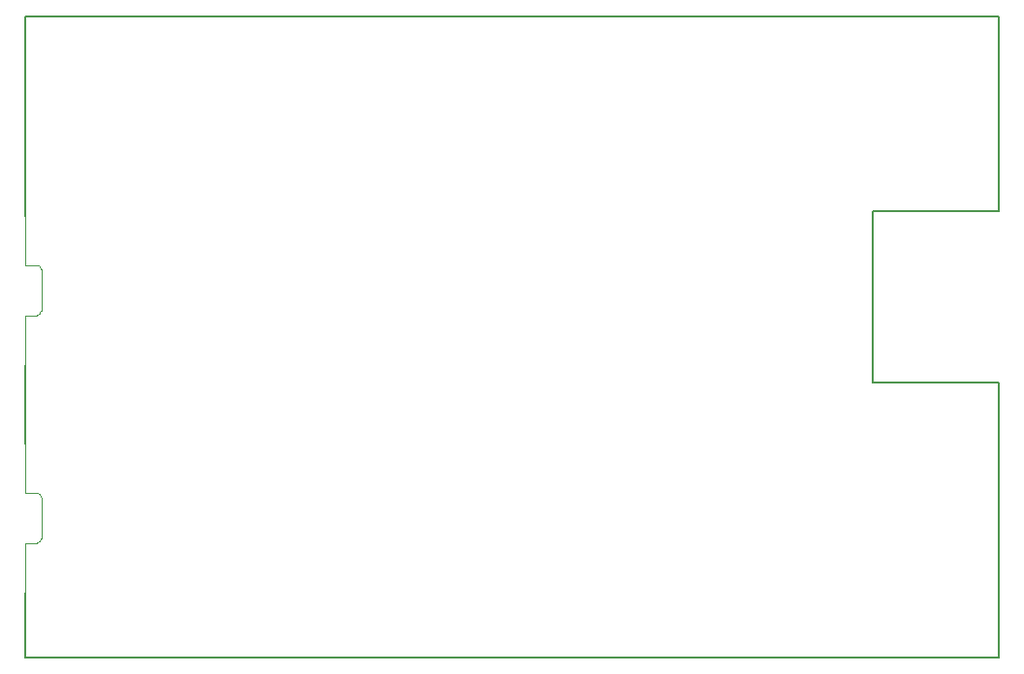
<source format=gm1>
G04 #@! TF.GenerationSoftware,KiCad,Pcbnew,(6.0.5)*
G04 #@! TF.CreationDate,2022-12-20T10:26:33+00:00*
G04 #@! TF.ProjectId,RPi-V1-MiniDexed-IOBoard,5250692d-5631-42d4-9d69-6e6944657865,rev?*
G04 #@! TF.SameCoordinates,Original*
G04 #@! TF.FileFunction,Profile,NP*
%FSLAX46Y46*%
G04 Gerber Fmt 4.6, Leading zero omitted, Abs format (unit mm)*
G04 Created by KiCad (PCBNEW (6.0.5)) date 2022-12-20 10:26:33*
%MOMM*%
%LPD*%
G01*
G04 APERTURE LIST*
G04 #@! TA.AperFunction,Profile*
%ADD10C,0.150000*%
G04 #@! TD*
G04 #@! TA.AperFunction,Profile*
%ADD11C,0.120000*%
G04 #@! TD*
G04 APERTURE END LIST*
D10*
X143500000Y-162350000D02*
X143500000Y-155430000D01*
X228500000Y-125000000D02*
X143500000Y-125000000D01*
X228500000Y-181000000D02*
X228500000Y-157000000D01*
X143500000Y-181000000D02*
X228500000Y-181000000D01*
X217500000Y-142000000D02*
X228500000Y-142000000D01*
X228500000Y-142000000D02*
X228500000Y-125000000D01*
X228500000Y-157000000D02*
X217500000Y-157000000D01*
X143500000Y-125000000D02*
X143500000Y-142430000D01*
X217500000Y-157000000D02*
X217500000Y-142000000D01*
X143500000Y-175350000D02*
X143500000Y-181000000D01*
D11*
X144500000Y-146730000D02*
X143500000Y-146730000D01*
X144500000Y-151130000D02*
X143500000Y-151130000D01*
X143500000Y-146730000D02*
X143500000Y-142430000D01*
X144900000Y-150730000D02*
X144900000Y-147130000D01*
X143500000Y-151130000D02*
X143500000Y-155430000D01*
X144900000Y-147130000D02*
G75*
G03*
X144500000Y-146730000I-400002J-2D01*
G01*
X144500000Y-151130000D02*
G75*
G03*
X144900000Y-150730000I0J400000D01*
G01*
X143500000Y-171050000D02*
X143500000Y-175350000D01*
X144500000Y-171050000D02*
X143500000Y-171050000D01*
X144900000Y-170650000D02*
X144900000Y-167050000D01*
X144500000Y-166650000D02*
X143500000Y-166650000D01*
X143500000Y-166650000D02*
X143500000Y-162350000D01*
X144500000Y-171050000D02*
G75*
G03*
X144900000Y-170650000I0J400000D01*
G01*
X144900000Y-167050000D02*
G75*
G03*
X144500000Y-166650000I-400002J-2D01*
G01*
M02*

</source>
